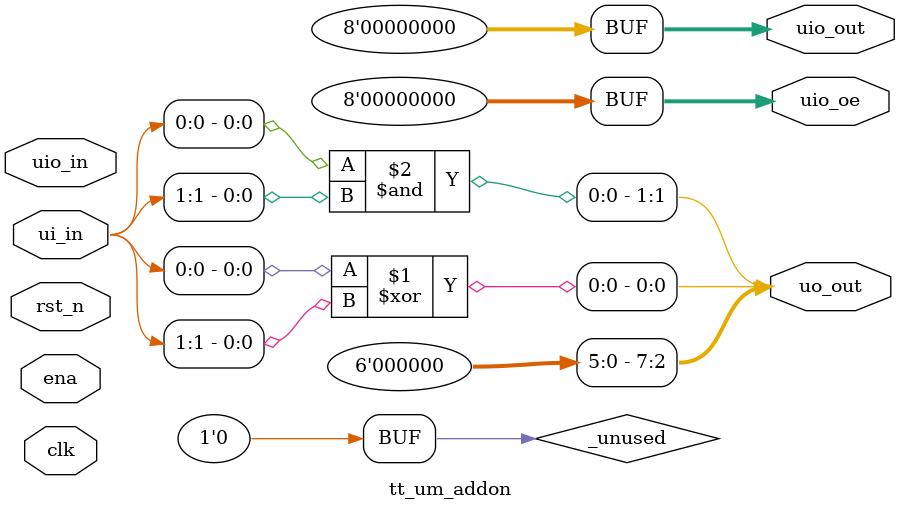
<source format=v>
/*
 * Copyright (c) 2024 Your Name
 * SPDX-License-Identifier: Apache-2.0
 */

`default_nettype none

module tt_um_addon (
    input  wire [7:0] ui_in,    // Dedicated inputs
    output wire [7:0] uo_out,   // Dedicated outputs
    input  wire [7:0] uio_in,   // IOs: Input path
    output wire [7:0] uio_out,  // IOs: Output path
    output wire [7:0] uio_oe,   // IOs: Enable path (active high: 0=input, 1=output)
    input  wire       ena,      // always 1 when the design is powered, so you can ignore it
    input  wire       clk,      // clock
    input  wire       rst_n     // reset_n - low to reset
);

  // All output pins must be assigned. If not used, assign to 0.
//  assign uo_out  = ui_in + uio_in;  // Example: ou_out is the sum of ui_in and uio_in
    assign uo_out[0]=ui_in[0]^ui_in[1];
    assign uo_out[1]=ui_in[0]&ui_in[1];
    assign uo_out[7:2]=6'b0;
  assign uio_out = 0;
  assign uio_oe  = 0;

  // List all unused inputs to prevent warnings
  wire _unused = &{ena, clk, rst_n, 1'b0};

endmodule

</source>
